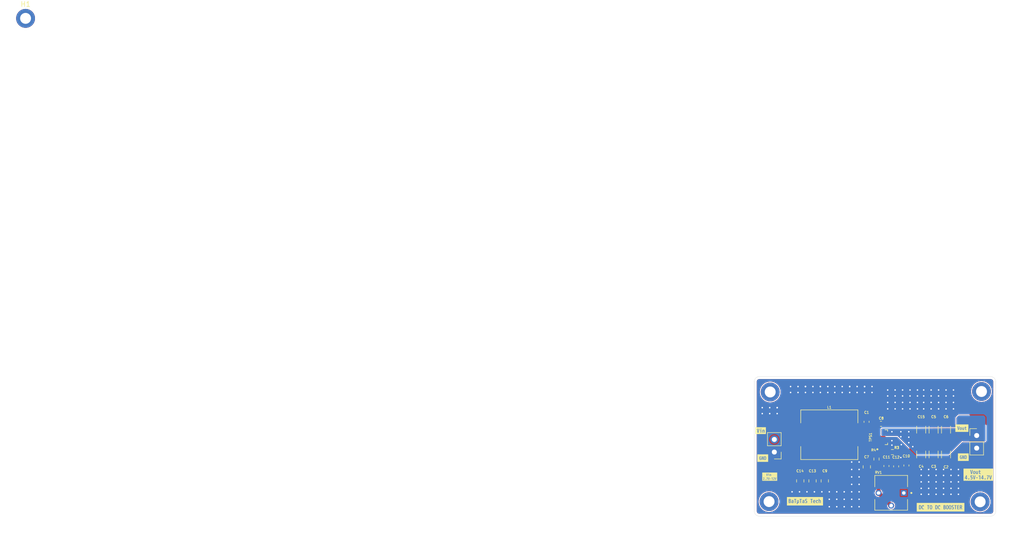
<source format=kicad_pcb>
(kicad_pcb (version 20241229) (generator "pcbnew") (generator_version "9.0")
  (layers (0 "F.Cu" signal) (2 "B.Cu" signal) (13 "F.Paste" user) (15 "B.Paste" user) (5 "F.SilkS" user "F.Silkscreen") (7 "B.SilkS" user "B.Silkscreen") (1 "F.Mask" user) (3 "B.Mask" user) (25 "Edge.Cuts" user))
  (net 0 "")
  (net 1 "+5V")
  (net 2 "GND")
  (net 3 "Net-(TPS1-COMP)")
  (net 4 "Net-(C1-Pad1)")
  (net 5 "+15V")
  (net 6 "Net-(C12-Pad1)")
  (net 7 "Net-(TPS1-BST)")
  (net 8 "Net-(TPS1-VCC)")
  (net 9 "Net-(TPS1-FB)")
  (net 10 "Vout")
  (net 11 "Vin")
  (footprint "Connector_PinHeader_2.54mm:PinHeader_1x02_P2.54mm_Vertical" (layer "F.Cu") (at 152.93 89.495 180)
    (property "Reference" "J1" (hide yes))
    (property "Value" "Conn_01x02" (hide yes))
    (pad "1" thru_hole rect (at 0 0 180) (size 1.7 1.7) (drill 1) (layers "*.Cu" "*.Mask") (net 2 "GND"))
    (pad "2" thru_hole circle (at 0 2.54 180) (size 1.7 1.7) (drill 1) (layers "*.Cu" "*.Mask") (net 11 "Vin"))
  )
  (footprint "" (layer "F.Cu") (at 193.68 83.21)
    (property "Reference" "" (at 0 0 0) (layer "F.SilkS") (effects (font (size 1.27 1.27))))
    (property "Value" "")
    (pad "1" smd rect (at 0 0 90) (size 1.7 2.7) (layers "F.Cu" "F.Paste") (net 5 "+15V"))
  )
  (footprint "" (layer "F.Cu") (at 193.8 91.68)
    (property "Reference" "" (at 0 0 0) (layer "F.SilkS") (effects (font (size 1.27 1.27))))
    (property "Value" "")
    (pad "2" smd rect (at 0 0 270) (size 1.7 2.7) (layers "F.Cu" "F.Mask" "F.Paste") (net 2 "GND"))
  )
  (footprint "TPS61288RQQR:CONV_TPS61288LRQQR" (layer "F.Cu") (at 174.5 86.5 90)
    (property "Reference" "TPS1" (at 0 -2.2048 90) (layer "F.SilkS") (effects (font (size 0.5 0.5) (thickness 0.1) (bold yes))))
    (property "Value" "~" (hide yes))
    (pad "1" smd custom (at -1.2375 -1.175 90) (size 0.1 0.1) (layers "F.Cu") (net 9 "Net-(TPS1-FB)") (options (clearance outline) (anchor rect)) (primitives (gr_poly (pts (xy -0.0875 -0.275) (xy 0.0875 -0.275) (xy 0.0885 -0.275) (xy 0.0905 -0.275) (xy 0.0915 -0.275) (xy 0.0925 -0.274) (xy 0.0935 -0.274) (xy 0.0955 -0.274) (xy 0.0965 -0.273) (xy 0.0975 -0.273) (xy 0.0985 -0.272) (xy 0.1005 -0.272) (xy 0.1015 -0.271) (xy 0.1025 -0.27) (xy 0.1035 -0.269) (xy 0.1045 -0.269) (xy 0.1055 -0.268) (xy 0.1065 -0.267) (xy 0.1065 -0.266) (xy 0.1075 -0.265) (xy 0.1085 -0.264) (xy 0.1095 -0.263) (xy 0.1095 -0.261) (xy 0.1105 -0.26) (xy 0.1105 -0.259) (xy 0.1115 -0.258) (xy 0.1115 -0.256) (xy 0.1115 -0.255) (xy 0.1125 -0.254) (xy 0.1125 -0.253) (xy 0.1125 -0.251) (xy 0.1125 -0.25) (xy 0.1125 0.4) (xy 0.1125 0.401) (xy 0.1125 0.403) (xy 0.1125 0.404) (xy 0.1115 0.405) (xy 0.1115 0.406) (xy 0.1115 0.408) (xy 0.1105 0.409) (xy 0.1105 0.41) (xy 0.1095 0.411) (xy 0.1095 0.413) (xy 0.1085 0.414) (xy 0.1075 0.415) (xy 0.1065 0.416) (xy 0.1065 0.417) (xy 0.1055 0.418) (xy 0.1045 0.419) (xy 0.1035 0.419) (xy 0.1025 0.42) (xy 0.1015 0.421) (xy 0.1005 0.422) (xy 0.0985 0.422) (xy 0.0975 0.423) (xy 0.0965 0.423) (xy 0.0955 0.424) (xy 0.0935 0.424) (xy 0.0925 0.424) (xy 0.0915 0.425) (xy 0.0905 0.425) (xy 0.0885 0.425) (xy 0.0875 0.425) (xy -0.4375 0.425) (xy -0.4385 0.425) (xy -0.4405 0.425) (xy -0.4415 0.425) (xy -0.4425 0.424) (xy -0.4435 0.424) (xy -0.4455 0.424) (xy -0.4465 0.423) (xy -0.4475 0.423) (xy -0.4485 0.422) (xy -0.4505 0.422) (xy -0.4515 0.421) (xy -0.4525 0.42) (xy -0.4535 0.419) (xy -0.4545 0.419) (xy -0.4555 0.418) (xy -0.4565 0.417) (xy -0.4565 0.416) (xy -0.4575 0.415) (xy -0.4585 0.414) (xy -0.4595 0.413) (xy -0.4595 0.411) (xy -0.4605 0.41) (xy -0.4605 0.409) (xy -0.4615 0.408) (xy -0.4615 0.406) (xy -0.4615 0.405) (xy -0.4625 0.404) (xy -0.4625 0.403) (xy -0.4625 0.401) (xy -0.4625 0.4) (xy -0.4625 0.2) (xy -0.4625 0.199) (xy -0.4625 0.197) (xy -0.4625 0.196) (xy -0.4615 0.195) (xy -0.4615 0.194) (xy -0.4615 0.192) (xy -0.4605 0.191) (xy -0.4605 0.19) (xy -0.4595 0.189) (xy -0.4595 0.187) (xy -0.4585 0.186) (xy -0.4575 0.185) (xy -0.4565 0.184) (xy -0.4565 0.183) (xy -0.4555 0.182) (xy -0.4545 0.181) (xy -0.4535 0.181) (xy -0.4525 0.18) (xy -0.4515 0.179) (xy -0.4505 0.178) (xy -0.4485 0.178) (xy -0.4475 0.177) (xy -0.4465 0.177) (xy -0.4455 0.176) (xy -0.4435 0.176) (xy -0.4425 0.176) (xy -0.4415 0.175) (xy -0.4405 0.175) (xy -0.4385 0.175) (xy -0.4375 0.175) (xy -0.1375 0.175) (xy -0.1365 0.175) (xy -0.1345 0.175) (xy -0.1335 0.175) (xy -0.1325 0.174) (xy -0.1315 0.174) (xy -0.1295 0.174) (xy -0.1285 0.173) (xy -0.1275 0.173) (xy -0.1265 0.172) (xy -0.1255 0.172) (xy -0.1235 0.171) (xy -0.1225 0.17) (xy -0.1215 0.169) (xy -0.1205 0.169) (xy -0.1195 0.168) (xy -0.1185 0.167) (xy -0.1185 0.166) (xy -0.1175 0.165) (xy -0.1165 0.164) (xy -0.1155 0.163) (xy -0.1155 0.161) (xy -0.1145 0.16) (xy -0.1145 0.159) (xy -0.1135 0.158) (xy -0.1135 0.156) (xy -0.1135 0.155) (xy -0.1125 0.154) (xy -0.1125 0.153) (xy -0.1125 0.151) (xy -0.1125 0.15) (xy -0.1125 -0.25) (xy -0.1125 -0.251) (xy -0.1125 -0.253) (xy -0.1125 -0.254) (xy -0.1115 -0.255) (xy -0.1115 -0.256) (xy -0.1115 -0.258) (xy -0.1105 -0.259) (xy -0.1105 -0.26) (xy -0.1095 -0.261) (xy -0.1095 -0.262) (xy -0.1085 -0.264) (xy -0.1075 -0.265) (xy -0.1065 -0.266) (xy -0.1065 -0.267) (xy -0.1055 -0.268) (xy -0.1045 -0.269) (xy -0.1035 -0.269) (xy -0.1025 -0.27) (xy -0.1015 -0.271) (xy -0.0995 -0.272) (xy -0.0985 -0.272) (xy -0.0975 -0.273) (xy -0.0965 -0.273) (xy -0.0955 -0.274) (xy -0.0935 -0.274) (xy -0.0925 -0.274) (xy -0.0915 -0.275) (xy -0.0905 -0.275) (xy -0.0885 -0.275) (xy -0.0875 -0.275)) (width 0.01) (fill yes))))
    (pad "2" smd roundrect (at -1.425 -0.375 90) (size 0.55 0.25) (layers "F.Cu" "F.Paste") (roundrect_rratio 0.075) (net 3 "Net-(TPS1-COMP)"))
    (pad "3" smd custom (at -1.425 0.2 90) (size 0.1 0.1) (layers "F.Cu") (net 2 "GND") (options (clearance outline) (anchor rect)) (primitives (gr_poly (pts (xy 0.575 1.225) (xy 0.575 0.225) (xy 0.575 0.224) (xy 0.575 0.222) (xy 0.575 0.221) (xy 0.574 0.22) (xy 0.574 0.219) (xy 0.574 0.217) (xy 0.573 0.216) (xy 0.573 0.215) (xy 0.572 0.214) (xy 0.572 0.212) (xy 0.571 0.211) (xy 0.57 0.21) (xy 0.569 0.209) (xy 0.569 0.208) (xy 0.568 0.207) (xy 0.567 0.206) (xy 0.566 0.206) (xy 0.565 0.205) (xy 0.564 0.204) (xy 0.562 0.203) (xy 0.561 0.203) (xy 0.56 0.202) (xy 0.559 0.202) (xy 0.558 0.201) (xy 0.556 0.201) (xy 0.555 0.201) (xy 0.554 0.2) (xy 0.553 0.2) (xy 0.551 0.2) (xy 0.55 0.2) (xy -0.25 0.2) (xy -0.251 0.2) (xy -0.253 0.2) (xy -0.254 0.2) (xy -0.255 0.199) (xy -0.256 0.199) (xy -0.258 0.199) (xy -0.259 0.198) (xy -0.26 0.198) (xy -0.261 0.197) (xy -0.263 0.197) (xy -0.264 0.196) (xy -0.265 0.195) (xy -0.266 0.194) (xy -0.267 0.194) (xy -0.268 0.193) (xy -0.269 0.192) (xy -0.269 0.191) (xy -0.27 0.19) (xy -0.271 0.189) (xy -0.272 0.188) (xy -0.272 0.186) (xy -0.273 0.185) (xy -0.273 0.184) (xy -0.274 0.183) (xy -0.274 0.181) (xy -0.274 0.18) (xy -0.275 0.179) (xy -0.275 0.178) (xy -0.275 0.176) (xy -0.275 0.175) (xy -0.275 -0.175) (xy -0.275 -0.176) (xy -0.275 -0.178) (xy -0.275 -0.179) (xy -0.274 -0.18) (xy -0.274 -0.181) (xy -0.274 -0.183) (xy -0.273 -0.184) (xy -0.273 -0.185) (xy -0.272 -0.186) (xy -0.272 -0.188) (xy -0.271 -0.189) (xy -0.27 -0.19) (xy -0.269 -0.191) (xy -0.269 -0.192) (xy -0.268 -0.193) (xy -0.267 -0.194) (xy -0.266 -0.194) (xy -0.265 -0.195) (xy -0.264 -0.196) (xy -0.263 -0.197) (xy -0.261 -0.197) (xy -0.26 -0.198) (xy -0.259 -0.198) (xy -0.258 -0.199) (xy -0.256 -0.199) (xy -0.255 -0.199) (xy -0.254 -0.2) (xy -0.253 -0.2) (xy -0.251 -0.2) (xy -0.25 -0.2) (xy 0.95 -0.2) (xy 0.951 -0.2) (xy 0.953 -0.2) (xy 0.954 -0.2) (xy 0.955 -0.199) (xy 0.956 -0.199) (xy 0.958 -0.199) (xy 0.959 -0.198) (xy 0.96 -0.198) (xy 0.961 -0.197) (xy 0.962 -0.197) (xy 0.964 -0.196) (xy 0.965 -0.195) (xy 0.966 -0.194) (xy 0.967 -0.194) (xy 0.968 -0.193) (xy 0.969 -0.192) (xy 0.969 -0.191) (xy 0.97 -0.19) (xy 0.971 -0.189) (xy 0.972 -0.188) (xy 0.972 -0.186) (xy 0.973 -0.185) (xy 0.973 -0.184) (xy 0.974 -0.183) (xy 0.974 -0.181) (xy 0.974 -0.18) (xy 0.975 -0.179) (xy 0.975 -0.178) (xy 0.975 -0.176) (xy 0.975 -0.175) (xy 0.975 1.225) (xy 0.975 1.226) (xy 0.975 1.228) (xy 0.975 1.229) (xy 0.974 1.23) (xy 0.974 1.231) (xy 0.974 1.233) (xy 0.973 1.234) (xy 0.973 1.235) (xy 0.972 1.236) (xy 0.972 1.238) (xy 0.971 1.239) (xy 0.97 1.24) (xy 0.969 1.241) (xy 0.969 1.242) (xy 0.968 1.243) (xy 0.967 1.244) (xy 0.966 1.244) (xy 0.965 1.245) (xy 0.964 1.246) (xy 0.962 1.247) (xy 0.961 1.247) (xy 0.96 1.248) (xy 0.959 1.248) (xy 0.958 1.249) (xy 0.956 1.249) (xy 0.955 1.249) (xy 0.954 1.25) (xy 0.953 1.25) (xy 0.951 1.25) (xy 0.95 1.25) (xy 0.6 1.25) (xy 0.599 1.25) (xy 0.597 1.25) (xy 0.596 1.25) (xy 0.595 1.249) (xy 0.594 1.249) (xy 0.592 1.249) (xy 0.591 1.248) (xy 0.59 1.248) (xy 0.589 1.247) (xy 0.588 1.247) (xy 0.586 1.246) (xy 0.585 1.245) (xy 0.584 1.244) (xy 0.583 1.244) (xy 0.582 1.243) (xy 0.581 1.242) (xy 0.581 1.241) (xy 0.58 1.24) (xy 0.579 1.239) (xy 0.578 1.238) (xy 0.578 1.236) (xy 0.577 1.235) (xy 0.577 1.234) (xy 0.576 1.233) (xy 0.576 1.231) (xy 0.576 1.23) (xy 0.575 1.229) (xy 0.575 1.228) (xy 0.575 1.226) (xy 0.575 1.225)) (width 0.01) (fill yes))))
    (pad "4" smd roundrect (at 0 0.25 90) (size 0.4 1) (layers "F.Cu" "F.Paste") (roundrect_rratio 0.075) (net 4 "Net-(C1-Pad1)"))
    (pad "5" smd custom (at 1.425 0.2 90) (size 0.1 0.1) (layers "F.Cu") (net 10 "Vout") (options (clearance outline) (anchor rect)) (primitives (gr_poly (pts (xy 0.25 -0.2) (xy -0.95 -0.2) (xy -0.951 -0.2) (xy -0.953 -0.2) (xy -0.954 -0.2) (xy -0.955 -0.199) (xy -0.956 -0.199) (xy -0.958 -0.199) (xy -0.959 -0.198) (xy -0.96 -0.198) (xy -0.961 -0.197) (xy -0.962 -0.197) (xy -0.964 -0.196) (xy -0.965 -0.195) (xy -0.966 -0.194) (xy -0.967 -0.194) (xy -0.968 -0.193) (xy -0.969 -0.192) (xy -0.969 -0.191) (xy -0.97 -0.19) (xy -0.971 -0.189) (xy -0.972 -0.188) (xy -0.972 -0.186) (xy -0.973 -0.185) (xy -0.973 -0.184) (xy -0.974 -0.183) (xy -0.974 -0.181) (xy -0.974 -0.18) (xy -0.975 -0.179) (xy -0.975 -0.178) (xy -0.975 -0.176) (xy -0.975 -0.175) (xy -0.975 1.225) (xy -0.975 1.226) (xy -0.975 1.228) (xy -0.975 1.229) (xy -0.974 1.23) (xy -0.974 1.231) (xy -0.974 1.233) (xy -0.973 1.234) (xy -0.973 1.235) (xy -0.972 1.236) (xy -0.972 1.238) (xy -0.971 1.239) (xy -0.97 1.24) (xy -0.969 1.241) (xy -0.969 1.242) (xy -0.968 1.243) (xy -0.967 1.244) (xy -0.966 1.244) (xy -0.965 1.245) (xy -0.964 1.246) (xy -0.962 1.247) (xy -0.961 1.247) (xy -0.96 1.248) (xy -0.959 1.248) (xy -0.958 1.249) (xy -0.956 1.249) (xy -0.955 1.249) (xy -0.954 1.25) (xy -0.953 1.25) (xy -0.951 1.25) (xy -0.95 1.25) (xy -0.6 1.25) (xy -0.599 1.25) (xy -0.597 1.25) (xy -0.596 1.25) (xy -0.595 1.249) (xy -0.594 1.249) (xy -0.592 1.249) (xy -0.591 1.248) (xy -0.59 1.248) (xy -0.589 1.247) (xy -0.588 1.247) (xy -0.586 1.246) (xy -0.585 1.245) (xy -0.584 1.244) (xy -0.583 1.244) (xy -0.582 1.243) (xy -0.581 1.242) (xy -0.581 1.241) (xy -0.58 1.24) (xy -0.579 1.239) (xy -0.578 1.238) (xy -0.578 1.236) (xy -0.577 1.235) (xy -0.577 1.234) (xy -0.576 1.233) (xy -0.576 1.231) (xy -0.576 1.23) (xy -0.575 1.229) (xy -0.575 1.228) (xy -0.575 1.226) (xy -0.575 1.225) (xy -0.575 0.225) (xy -0.575 0.224) (xy -0.575 0.222) (xy -0.575 0.221) (xy -0.574 0.22) (xy -0.574 0.219) (xy -0.574 0.217) (xy -0.573 0.216) (xy -0.573 0.215) (xy -0.572 0.214) (xy -0.572 0.212) (xy -0.571 0.211) (xy -0.57 0.21) (xy -0.569 0.209) (xy -0.569 0.208) (xy -0.568 0.207) (xy -0.567 0.206) (xy -0.566 0.206) (xy -0.565 0.205) (xy -0.564 0.204) (xy -0.562 0.203) (xy -0.561 0.203) (xy -0.56 0.202) (xy -0.559 0.202) (xy -0.558 0.201) (xy -0.556 0.201) (xy -0.555 0.201) (xy -0.554 0.2) (xy -0.553 0.2) (xy -0.551 0.2) (xy -0.55 0.2) (xy 0.25 0.2) (xy 0.251 0.2) (xy 0.253 0.2) (xy 0.254 0.2) (xy 0.255 0.199) (xy 0.256 0.199) (xy 0.258 0.199) (xy 0.259 0.198) (xy 0.26 0.198) (xy 0.261 0.197) (xy 0.263 0.197) (xy 0.264 0.196) (xy 0.265 0.195) (xy 0.266 0.194) (xy 0.267 0.194) (xy 0.268 0.193) (xy 0.269 0.192) (xy 0.269 0.191) (xy 0.27 0.19) (xy 0.271 0.189) (xy 0.272 0.188) (xy 0.272 0.186) (xy 0.273 0.185) (xy 0.273 0.184) (xy 0.274 0.183) (xy 0.274 0.181) (xy 0.274 0.18) (xy 0.275 0.179) (xy 0.275 0.178) (xy 0.275 0.176) (xy 0.275 0.175) (xy 0.275 -0.175) (xy 0.275 -0.176) (xy 0.275 -0.178) (xy 0.275 -0.179) (xy 0.274 -0.18) (xy 0.274 -0.181) (xy 0.274 -0.183) (xy 0.273 -0.184) (xy 0.273 -0.185) (xy 0.272 -0.186) (xy 0.272 -0.188) (xy 0.271 -0.189) (xy 0.27 -0.19) (xy 0.269 -0.191) (xy 0.269 -0.192) (xy 0.268 -0.193) (xy 0.267 -0.194) (xy 0.266 -0.194) (xy 0.265 -0.195) (xy 0.264 -0.196) (xy 0.263 -0.197) (xy 0.261 -0.197) (xy 0.26 -0.198) (xy 0.259 -0.198) (xy 0.258 -0.199) (xy 0.256 -0.199) (xy 0.255 -0.199) (xy 0.254 -0.2) (xy 0.253 -0.2) (xy 0.251 -0.2) (xy 0.25 -0.2)) (width 0.01) (fill yes))))
    (pad "6" smd roundrect (at 1.425 -0.375 90) (size 0.55 0.25) (layers "F.Cu" "F.Paste") (roundrect_rratio 0.075) (net 11 "Vin"))
    (pad "7" smd custom (at 1.2375 -1.175 90) (size 0.1 0.1) (layers "F.Cu") (net 11 "Vin") (options (clearance outline) (anchor rect)) (primitives (gr_poly (pts (xy -0.1125 -0.25) (xy -0.1125 0.4) (xy -0.1125 0.401) (xy -0.1125 0.403) (xy -0.1125 0.404) (xy -0.1115 0.405) (xy -0.1115 0.406) (xy -0.1115 0.408) (xy -0.1105 0.409) (xy -0.1105 0.41) (xy -0.1095 0.411) (xy -0.1095 0.413) (xy -0.1085 0.414) (xy -0.1075 0.415) (xy -0.1065 0.416) (xy -0.1065 0.417) (xy -0.1055 0.418) (xy -0.1045 0.419) (xy -0.1035 0.419) (xy -0.1025 0.42) (xy -0.1015 0.421) (xy -0.1005 0.422) (xy -0.0985 0.422) (xy -0.0975 0.423) (xy -0.0965 0.423) (xy -0.0955 0.424) (xy -0.0935 0.424) (xy -0.0925 0.424) (xy -0.0915 0.425) (xy -0.0905 0.425) (xy -0.0885 0.425) (xy -0.0875 0.425) (xy 0.4375 0.425) (xy 0.4385 0.425) (xy 0.4405 0.425) (xy 0.4415 0.425) (xy 0.4425 0.424) (xy 0.4435 0.424) (xy 0.4455 0.424) (xy 0.4465 0.423) (xy 0.4475 0.423) (xy 0.4485 0.422) (xy 0.4505 0.422) (xy 0.4515 0.421) (xy 0.4525 0.42) (xy 0.4535 0.419) (xy 0.4545 0.419) (xy 0.4555 0.418) (xy 0.4565 0.417) (xy 0.4565 0.416) (xy 0.4575 0.415) (xy 0.4585 0.414) (xy 0.4595 0.413) (xy 0.4595 0.411) (xy 0.4605 0.41) (xy 0.4605 0.409) (xy 0.4615 0.408) (xy 0.4615 0.406) (xy 0.4615 0.405) (xy 0.4625 0.404) (xy 0.4625 0.403) (xy 0.4625 0.401) (xy 0.4625 0.4) (xy 0.4625 0.2) (xy 0.4625 0.199) (xy 0.4625 0.197) (xy 0.4625 0.196) (xy 0.4615 0.195) (xy 0.4615 0.194) (xy 0.4615 0.192) (xy 0.4605 0.191) (xy 0.4605 0.19) (xy 0.4595 0.189) (xy 0.4595 0.187) (xy 0.4585 0.186) (xy 0.4575 0.185) (xy 0.4565 0.184) (xy 0.4565 0.183) (xy 0.4555 0.182) (xy 0.4545 0.181) (xy 0.4535 0.181) (xy 0.4525 0.18) (xy 0.4515 0.179) (xy 0.4505 0.178) (xy 0.4485 0.178) (xy 0.4475 0.177) (xy 0.4465 0.177) (xy 0.4455 0.176) (xy 0.4435 0.176) (xy 0.4425 0.176) (xy 0.4415 0.175) (xy 0.4405 0.175) (xy 0.4385 0.175) (xy 0.4375 0.175) (xy 0.1375 0.175) (xy 0.1365 0.175) (xy 0.1345 0.175) (xy 0.1335 0.175) (xy 0.1325 0.174) (xy 0.1315 0.174) (xy 0.1295 0.174) (xy 0.1285 0.173) (xy 0.1275 0.173) (xy 0.1265 0.172) (xy 0.1255 0.172) (xy 0.1235 0.171) (xy 0.1225 0.17) (xy 0.1215 0.169) (xy 0.1205 0.169) (xy 0.1195 0.168) (xy 0.1185 0.167) (xy 0.1185 0.166) (xy 0.1175 0.165) (xy 0.1165 0.164) (xy 0.1155 0.163) (xy 0.1155 0.161) (xy 0.1145 0.16) (xy 0.1145 0.159) (xy 0.1135 0.158) (xy 0.1135 0.156) (xy 0.1135 0.155) (xy 0.1125 0.154) (xy 0.1125 0.153) (xy 0.1125 0.151) (xy 0.1125 0.15) (xy 0.1125 -0.25) (xy 0.1125 -0.251) (xy 0.1125 -0.253) (xy 0.1125 -0.254) (xy 0.1115 -0.255) (xy 0.1115 -0.256) (xy 0.1115 -0.258) (xy 0.1105 -0.259) (xy 0.1105 -0.26) (xy 0.1095 -0.261) (xy 0.1095 -0.262) (xy 0.1085 -0.264) (xy 0.1075 -0.265) (xy 0.1065 -0.266) (xy 0.1065 -0.267) (xy 0.1055 -0.268) (xy 0.1045 -0.269) (xy 0.1035 -0.269) (xy 0.1025 -0.27) (xy 0.1015 -0.271) (xy 0.0995 -0.272) (xy 0.0985 -0.272) (xy 0.0975 -0.273) (xy 0.0965 -0.273) (xy 0.0955 -0.274) (xy 0.0935 -0.274) (xy 0.0925 -0.274) (xy 0.0915 -0.275) (xy 0.0905 -0.275) (xy 0.0885 -0.275) (xy 0.0875 -0.275) (xy -0.0875 -0.275) (xy -0.0885 -0.275) (xy -0.0905 -0.275) (xy -0.0915 -0.275) (xy -0.0925 -0.274) (xy -0.0935 -0.274) (xy -0.0955 -0.274) (xy -0.0965 -0.273) (xy -0.0975 -0.273) (xy -0.0985 -0.272) (xy -0.1005 -0.272) (xy -0.1015 -0.271) (xy -0.1025 -0.27) (xy -0.1035 -0.269) (xy -0.1045 -0.269) (xy -0.1055 -0.268) (xy -0.1065 -0.267) (xy -0.1065 -0.266) (xy -0.1075 -0.265) (xy -0.1085 -0.264) (xy -0.1095 -0.263) (xy -0.1095 -0.261) (xy -0.1105 -0.26) (xy -0.1105 -0.259) (xy -0.1115 -0.258) (xy -0.1115 -0.256) (xy -0.1115 -0.255) (xy -0.1125 -0.254) (xy -0.1125 -0.253) (xy -0.1125 -0.251) (xy -0.1125 -0.25)) (width 0.01) (fill yes))))
    (pad "8" smd roundrect (at 0.75 -1.175 90) (size 0.25 0.55) (layers "F.Cu" "F.Paste") (roundrect_rratio 0.075) (net 7 "Net-(TPS1-BST)"))
    (pad "9" smd roundrect (at 0.25 -1.175 90) (size 0.25 0.55) (layers "F.Cu" "F.Paste") (roundrect_rratio 0.075) (net 4 "Net-(C1-Pad1)"))
    (pad "10" smd roundrect (at -0.25 -1.175 90) (size 0.25 0.55) (layers "F.Cu" "F.Paste") (roundrect_rratio 0.075) (net 2 "GND"))
    (pad "11" smd roundrect (at -0.75 -1.175 90) (size 0.25 0.55) (layers "F.Cu" "F.Paste") (roundrect_rratio 0.075) (net 8 "Net-(TPS1-VCC)"))
  )
  (footprint "Capacitor_SMD:C_0603_1608Metric" (layer "F.Cu") (at 175.5 92.3 -90)
    (property "Reference" "C11" (at -1.79 -0.01 0) (layer "F.SilkS") (effects (font (size 0.5 0.5) (thickness 0.1) (bold yes))))
    (property "Value" "27pF")
    (pad "1" smd roundrect (at -0.775 0 270) (size 0.9 0.95) (layers "F.Cu" "F.Mask" "F.Paste") (net 9 "Net-(TPS1-FB)"))
    (pad "2" smd roundrect (at 0.775 0 270) (size 0.9 0.95) (layers "F.Cu" "F.Mask" "F.Paste") (net 2 "GND"))
  )
  (footprint "MountingHole:MountingHole_2.2mm_M2_DIN965_Pad" (layer "F.Cu") (at 2.175 2.175)
    (property "Reference" "H1" (at 0 -2.85 0) (layer "F.SilkS"))
    (property "Value" "MountingHole")
    (pad "1" thru_hole circle (at 0 0) (size 3.8 3.8) (drill 2.2) (layers "*.Cu" "*.Mask"))
  )
  (footprint "MountingHole:MountingHole_2.2mm_M2_DIN965_Pad" (layer "F.Cu") (at 194.37 99.51)
    (property "Reference" "H4" (hide yes))
    (property "Value" "MountingHole" (hide yes))
    (pad "1" thru_hole circle (at 0 0) (size 3.8 3.8) (drill 2.2) (layers "*.Cu" "*.Mask"))
  )
  (footprint "Capacitor_SMD:C_0603_1608Metric" (layer "F.Cu") (at 171.5 83.4 -90)
    (property "Reference" "C1" (at -1.88 -0.01 0) (layer "F.SilkS") (effects (font (size 0.5 0.5) (thickness 0.1) (bold yes))))
    (property "Value" "0.1uF" (hide yes))
    (pad "1" smd roundrect (at -0.775 0 270) (size 0.9 0.95) (layers "F.Cu" "F.Mask" "F.Paste") (net 4 "Net-(C1-Pad1)"))
    (pad "2" smd roundrect (at 0.775 0 270) (size 0.9 0.95) (layers "F.Cu" "F.Mask" "F.Paste") (net 7 "Net-(TPS1-BST)"))
  )
  (footprint "Resistor_SMD:R_0603_1608Metric" (layer "F.Cu") (at 173.5 90.9 -90)
    (property "Reference" "R4" (at -1.8 0.6 180) (layer "F.SilkS") (effects (font (size 0.5 0.5) (thickness 0.1) (bold yes))))
    (property "Value" "14.3K" (hide yes))
    (pad "1" smd roundrect (at -0.825 0 270) (size 0.8 0.95) (layers "F.Cu" "F.Mask" "F.Paste") (net 9 "Net-(TPS1-FB)"))
    (pad "2" smd roundrect (at 0.825 0 270) (size 0.8 0.95) (layers "F.Cu" "F.Mask" "F.Paste") (net 2 "GND"))
  )
  (footprint "Capacitor_SMD:C_0805_2012Metric" (layer "F.Cu") (at 163.09 95.3 -90)
    (property "Reference" "C9" (at -2 -0.01 0) (layer "F.SilkS") (effects (font (size 0.5 0.5) (thickness 0.1) (bold yes))))
    (property "Value" "10uF")
    (pad "1" smd roundrect (at -0.95 0 270) (size 1 1.45) (layers "F.Cu" "F.Mask" "F.Paste") (net 11 "Vin"))
    (pad "2" smd roundrect (at 0.95 0 270) (size 1 1.45) (layers "F.Cu" "F.Mask" "F.Paste") (net 2 "GND"))
  )
  (footprint "Capacitor_SMD:C_1206_3216Metric" (layer "F.Cu") (at 187.5 89.985 -90)
    (property "Reference" "C2" (at 2.515 0 0) (layer "F.SilkS") (effects (font (size 0.5 0.5) (thickness 0.1) (bold yes))))
    (property "Value" "22uF")
    (pad "1" smd roundrect (at -1.475 0 270) (size 1.15 1.8) (layers "F.Cu" "F.Mask" "F.Paste") (roundrect_rratio 0.217391) (net 10 "Vout"))
    (pad "2" smd roundrect (at 1.475 0 270) (size 1.15 1.8) (layers "F.Cu" "F.Mask" "F.Paste") (roundrect_rratio 0.217391) (net 2 "GND"))
  )
  (footprint "Capacitor_SMD:C_0805_2012Metric" (layer "F.Cu") (at 171.55 92.48 -90)
    (property "Reference" "C7" (at -2 0.05 0) (layer "F.SilkS") (effects (font (size 0.5 0.5) (thickness 0.1) (bold yes))))
    (property "Value" "2.2uF" (hide yes))
    (pad "1" smd roundrect (at -0.95 0 270) (size 1 1.45) (layers "F.Cu" "F.Mask" "F.Paste") (net 8 "Net-(TPS1-VCC)"))
    (pad "2" smd roundrect (at 0.95 0 270) (size 1 1.45) (layers "F.Cu" "F.Mask" "F.Paste") (net 2 "GND"))
  )
  (footprint "Capacitor_SMD:C_0603_1608Metric" (layer "F.Cu") (at 179.52 92.2 -90)
    (property "Reference" "C10" (at -1.9 0.02 0) (layer "F.SilkS") (effects (font (size 0.5 0.5) (thickness 0.1) (bold yes))))
    (property "Value" "30pF")
    (pad "1" smd roundrect (at -0.775 0 270) (size 0.9 0.95) (layers "F.Cu" "F.Mask" "F.Paste") (net 3 "Net-(TPS1-COMP)"))
    (pad "2" smd roundrect (at 0.775 0 270) (size 0.9 0.95) (layers "F.Cu" "F.Mask" "F.Paste") (net 2 "GND"))
  )
  (footprint "kibuzzard-68C918EC" (layer "F.Cu") (at 152 94.45)
    (property "Reference" "kibuzzard-68C918EC" (hide yes))
    (property "Value" "G***" (hide yes))
  )
  (footprint "Resistor_SMD:R_0603_1608Metric" (layer "F.Cu") (at 176.7 89.5)
    (property "Reference" "R3" (hide yes))
    (property "Value" "36.5K" (hide yes))
    (pad "1" smd roundrect (at -0.825 0) (size 0.8 0.95) (layers "F.Cu" "F.Mask" "F.Paste") (net 3 "Net-(TPS1-COMP)"))
    (pad "2" smd roundrect (at 0.825 0) (size 0.8 0.95) (layers "F.Cu" "F.Mask" "F.Paste") (net 6 "Net-(C12-Pad1)"))
  )
  (footprint "TPS61288RQQR:TRIM_3362P-1-304LF" (layer "F.Cu") (at 176.4555 97.73 180)
    (property "Reference" "RV1" (at 2.5555 4.13 0) (layer "F.SilkS") (effects (font (size 0.5 0.5) (thickness 0.1) (bold yes))))
    (property "Value" "294K" (hide yes))
    (pad "1" thru_hole rect (at -2.54 0 180) (size 1.222 1.222) (drill 0.714) (layers "*.Cu" "*.Mask") (net 10 "Vout"))
    (pad "2" thru_hole circle (at 0 -2.54 180) (size 1.222 1.222) (drill 0.714) (layers "*.Cu" "*.Mask") (net 9 "Net-(TPS1-FB)"))
    (pad "3" thru_hole circle (at 2.54 0 180) (size 1.222 1.222) (drill 0.714) (layers "*.Cu" "*.Mask") (net 9 "Net-(TPS1-FB)"))
  )
  (footprint "kibuzzard-68C91755" (layer "F.Cu") (at 186.4 100.6)
    (property "Reference" "kibuzzard-68C91755" (hide yes))
    (property "Value" "G***" (hide yes))
  )
  (footprint "Capacitor_SMD:C_0603_1608Metric" (layer "F.Cu") (at 177.46 92.375 -90)
    (property "Reference" "C12" (at -1.835 0.05 0) (layer "F.SilkS") (effects (font (size 0.5 0.5) (thickness 0.1) (bold yes))))
    (property "Value" "1nF")
    (pad "1" smd roundrect (at -0.775 0 270) (size 0.9 0.95) (layers "F.Cu" "F.Mask" "F.Paste") (net 6 "Net-(C12-Pad1)"))
    (pad "2" smd roundrect (at 0.775 0 270) (size 0.9 0.95) (layers "F.Cu" "F.Mask" "F.Paste") (net 2 "GND"))
  )
  (footprint "" (layer "F.Cu") (at 153 92.47)
    (property "Reference" "" (at 0 0 0) (layer "F.SilkS") (effects (font (size 1.27 1.27))))
    (property "Value" "")
    (pad "2" smd rect (at 0 0 270) (size 1.7 2.7) (layers "F.Cu" "F.Mask" "F.Paste") (net 2 "GND"))
  )
  (footprint "MountingHole:MountingHole_2.2mm_M2_DIN965_Pad" (layer "F.Cu") (at 152.1 77.4)
    (property "Reference" "H1" (hide yes))
    (property "Value" "MountingHole" (hide yes))
    (pad "1" thru_hole circle (at 0 0) (size 3.8 3.8) (drill 2.2) (layers "*.Cu" "*.Mask"))
  )
  (footprint "Capacitor_SMD:C_0603_1608Metric" (layer "F.Cu") (at 174.4 83.8)
    (property "Reference" "C8" (at 0.06 -1.1 0) (layer "F.SilkS") (effects (font (size 0.5 0.5) (thickness 0.1) (bold yes))))
    (property "Value" "0.1uF")
    (pad "1" smd roundrect (at -0.775 0) (size 0.9 0.95) (layers "F.Cu" "F.Mask" "F.Paste") (net 11 "Vin"))
    (pad "2" smd roundrect (at 0.775 0) (size 0.9 0.95) (layers "F.Cu" "F.Mask" "F.Paste") (net 2 "GND"))
  )
  (footprint "Capacitor_SMD:C_1206_3216Metric" (layer "F.Cu") (at 182.5 89.985 -90)
    (property "Reference" "C4" (at 2.415 0 0) (layer "F.SilkS") (effects (font (size 0.5 0.5) (thickness 0.1) (bold yes))))
    (property "Value" "22uF")
    (pad "1" smd roundrect (at -1.475 0 270) (size 1.15 1.8) (layers "F.Cu" "F.Mask" "F.Paste") (roundrect_rratio 0.217391) (net 10 "Vout"))
    (pad "2" smd roundrect (at 1.475 0 270) (size 1.15 1.8) (layers "F.Cu" "F.Mask" "F.Paste") (roundrect_rratio 0.217391) (net 2 "GND"))
  )
  (footprint "kibuzzard-68C91464" (layer "F.Cu") (at 190.69 84.68)
    (property "Reference" "kibuzzard-68C91464" (hide yes))
    (property "Value" "G***" (hide yes))
  )
  (footprint "Capacitor_SMD:C_1206_3216Metric" (layer "F.Cu") (at 187.5 85 90)
    (property "Reference" "C6" (at 2.6 0 180) (layer "F.SilkS") (effects (font (size 0.5 0.5) (thickness 0.1) (bold yes))))
    (property "Value" "22uF")
    (pad "1" smd roundrect (at -1.475 0 90) (size 1.15 1.8) (layers "F.Cu" "F.Mask" "F.Paste") (roundrect_rratio 0.217391) (net 10 "Vout"))
    (pad "2" smd roundrect (at 1.475 0 90) (size 1.15 1.8) (layers "F.Cu" "F.Mask" "F.Paste") (roundrect_rratio 0.217391) (net 2 "GND"))
  )
  (footprint "kibuzzard-68C91DA4" (layer "F.Cu") (at 194 94.05)
    (property "Reference" "kibuzzard-68C91DA4" (hide yes))
    (property "Value" "G***" (hide yes))
  )
  (footprint "kibuzzard-68C91D84" (layer "F.Cu") (at 150.18 85.18)
    (property "Reference" "kibuzzard-68C91D84" (hide yes))
    (property "Value" "G***" (hide yes))
  )
  (footprint "Connector_PinHeader_2.54mm:PinHeader_1x02_P2.54mm_Vertical" (layer "F.Cu") (at 193.67 86.165)
    (property "Reference" "J2" (hide yes))
    (property "Value" "Conn_01x02" (hide yes))
    (pad "1" thru_hole rect (at 0 0) (size 1.7 1.7) (drill 1) (layers "*.Cu" "*.Mask") (net 10 "Vout"))
    (pad "2" thru_hole circle (at 0 2.54) (size 1.7 1.7) (drill 1) (layers "*.Cu" "*.Mask") (net 2 "GND"))
  )
  (footprint "MountingHole:MountingHole_2.2mm_M2_DIN965_Pad" (layer "F.Cu") (at 194.64 77.3)
    (property "Reference" "H3" (hide yes))
    (property "Value" "MountingHole" (hide yes))
    (pad "1" thru_hole circle (at 0 0) (size 3.8 3.8) (drill 2.2) (layers "*.Cu" "*.Mask"))
  )
  (footprint "Capacitor_SMD:C_0805_2012Metric" (layer "F.Cu") (at 158.15 95.3 -90)
    (property "Reference" "C14" (at -2 0.05 0) (layer "F.SilkS") (effects (font (size 0.5 0.5) (thickness 0.1) (bold yes))))
    (property "Value" "10uF")
    (pad "1" smd roundrect (at -0.95 0 270) (size 1 1.45) (layers "F.Cu" "F.Mask" "F.Paste") (net 11 "Vin"))
    (pad "2" smd roundrect (at 0.95 0 270) (size 1 1.45) (layers "F.Cu" "F.Mask" "F.Paste") (net 2 "GND"))
  )
  (footprint "Capacitor_SMD:C_1206_3216Metric" (layer "F.Cu") (at 182.5 84.985 90)
    (property "Reference" "C15" (at 2.585 0 180) (layer "F.SilkS") (effects (font (size 0.5 0.5) (thickness 0.1) (bold yes))))
    (property "Value" "22uF")
    (pad "1" smd roundrect (at -1.475 0 90) (size 1.15 1.8) (layers "F.Cu" "F.Mask" "F.Paste") (roundrect_rratio 0.217391) (net 10 "Vout"))
    (pad "2" smd roundrect (at 1.475 0 90) (size 1.15 1.8) (layers "F.Cu" "F.Mask" "F.Paste") (roundrect_rratio 0.217391) (net 2 "GND"))
  )
  (footprint "kibuzzard-68C90A12" (layer "F.Cu") (at 190.98 90.52)
    (property "Reference" "kibuzzard-68C90A12" (hide yes))
    (property "Value" "G***" (hide yes))
  )
  (footprint "" (layer "F.Cu") (at 152.96 83.97)
    (property "Reference" "" (at 0 0 0) (layer "F.SilkS") (effects (font (size 1.27 1.27))))
    (property "Value" "")
    (pad "1" smd rect (at 0 0 270) (size 1.7 2.7) (layers "F.Cu" "F.Paste") (net 1 "+5V"))
  )
  (footprint "Capacitor_SMD:C_0805_2012Metric" (layer "F.Cu") (at 160.62 95.3 -90)
    (property "Reference" "C13" (at -2 0.02 0) (layer "F.SilkS") (effects (font (size 0.5 0.5) (thickness 0.1) (bold yes))))
    (property "Value" "10uF")
    (pad "1" smd roundrect (at -0.95 0 270) (size 1 1.45) (layers "F.Cu" "F.Mask" "F.Paste") (net 11 "Vin"))
    (pad "2" smd roundrect (at 0.95 0 270) (size 1 1.45) (layers "F.Cu" "F.Mask" "F.Paste") (net 2 "GND"))
  )
  (footprint "Capacitor_SMD:C_1206_3216Metric" (layer "F.Cu") (at 185 89.985 -90)
    (property "Reference" "C3" (at 2.415 0 0) (layer "F.SilkS") (effects (font (size 0.5 0.5) (thickness 0.1) (bold yes))))
    (property "Value" "22uF")
    (pad "1" smd roundrect (at -1.475 0 270) (size 1.15 1.8) (layers "F.Cu" "F.Mask" "F.Paste") (roundrect_rratio 0.217391) (net 10 "Vout"))
    (pad "2" smd roundrect (at 1.475 0 270) (size 1.15 1.8) (layers "F.Cu" "F.Mask" "F.Paste") (roundrect_rratio 0.217391) (net 2 "GND"))
  )
  (footprint "TPS61288RQQR:IND_104CDMCCDS-2R2MC" (layer "F.Cu") (at 164 86)
    (property "Reference" "L1" (at 0 -5.5 0) (layer "F.SilkS") (effects (font (size 0.5 0.5) (thickness 0.1) (bold yes))))
    (property "Value" "2.2uH" (hide yes))
    (pad "1" smd rect (at -4.75 0) (size 4.1 4.1) (layers "F.Cu" "F.Paste") (net 11 "Vin"))
    (pad "2" smd rect (at 4.75 0) (size 4.1 4.1) (layers "F.Cu" "F.Paste") (net 4 "Net-(C1-Pad1)"))
  )
  (footprint "kibuzzard-68C90A33" (layer "F.Cu") (at 150.6 90.71)
    (property "Reference" "kibuzzard-68C90A33" (hide yes))
    (property "Value" "G***" (hide yes))
  )
  (footprint "Capacitor_SMD:C_1206_3216Metric" (layer "F.Cu") (at 185 85 90)
    (property "Reference" "C5" (at 2.6 0 180) (layer "F.SilkS") (effects (font (size 0.5 0.5) (thickness 0.1) (bold yes))))
    (property "Value" "22uF")
    (pad "1" smd roundrect (at -1.475 0 90) (size 1.15 1.8) (layers "F.Cu" "F.Mask" "F.Paste") (roundrect_rratio 0.217391) (net 10 "Vout"))
    (pad "2" smd roundrect (at 1.475 0 90) (size 1.15 1.8) (layers "F.Cu" "F.Mask" "F.Paste") (roundrect_rratio 0.217391) (net 2 "GND"))
  )
  (footprint "kibuzzard-68C90B1F" (layer "F.Cu") (at 159.1 99.4)
    (property "Reference" "kibuzzard-68C90B1F" (hide yes))
    (property "Value" "G***" (hide yes))
  )
  (footprint "MountingHole:MountingHole_2.2mm_M2_DIN965_Pad" (layer "F.Cu") (at 151.87 99.47)
    (property "Reference" "H2" (hide yes))
    (property "Value" "MountingHole" (hide yes))
    (pad "1" thru_hole circle (at 0 0) (size 3.8 3.8) (drill 2.2) (layers "*.Cu" "*.Mask"))
  )
  (gr_line (start 196.5 102.4) (end 149.9 102.4) (stroke (width 0.05)) (layer "Edge.Cuts"))
  (gr_line (start 149.9 74.3) (end 196.5 74.3) (stroke (width 0.05)) (layer "Edge.Cuts"))
  (gr_arc (start 148.9 75.3) (mid 149.192893 74.592893) (end 149.9 74.3) (stroke (width 0.05)) (layer "Edge.Cuts"))
  (gr_line (start 148.9 101.4) (end 148.9 75.3) (stroke (width 0.05)) (layer "Edge.Cuts"))
  (gr_arc (start 196.5 74.3) (mid 197.207107 74.592893) (end 197.5 75.3) (stroke (width 0.05)) (layer "Edge.Cuts"))
  (gr_line (start 197.5 75.3) (end 197.5 101.4) (stroke (width 0.05)) (layer "Edge.Cuts"))
  (gr_arc (start 149.9 102.4) (mid 149.192893 102.107107) (end 148.9 101.4) (stroke (width 0.05)) (layer "Edge.Cuts"))
  (gr_arc (start 197.5 101.4) (mid 197.207107 102.107107) (end 196.5 102.4) (stroke (width 0.05)) (layer "Edge.Cuts"))
  (gr_text "R3" (at 177 88.9 0) (layer "F.SilkS") (effects (font (size 0.5 0.5) (thickness 0.125) (bold yes)) (justify left bottom)))
  (segment (start 174.7 87.646602) (end 174.7 87.925) (width 0.254) (layer "F.Cu") (net 2))
  (segment (start 173.803398 86.75) (end 174.7 87.646602) (width 0.254) (layer "F.Cu") (net 2))
  (segment (start 173.325 86.75) (end 173.803398 86.75) (width 0.254) (layer "F.Cu") (net 2))
  (via (at 185.5 94.2) (size 0.6) (drill 0.3) (layers "F.Cu" "B.Cu") (net 2))
  (via (at 181.75 80.8) (size 0.6) (drill 0.3) (layers "F.Cu" "B.Cu") (net 2))
  (via (at 177.25 80.8) (size 0.6) (drill 0.3) (layers "F.Cu" "B.Cu") (net 2))
  (via (at 181.75 77) (size 0.6) (drill 0.3) (layers "F.Cu" "B.Cu") (net 2))
  (via (at 168.5 93) (size 0.6) (drill 0.3) (layers "F.Cu" "B.Cu") (net 2))
  (via (at 163.7 76.3) (size 0.6) (drill 0.3) (layers "F.Cu" "B.Cu") (net 2))
  (via (at 187 93) (size 0.6) (drill 0.3) (layers "F.Cu" "B.Cu") (net 2))
  (via (at 184 96.8) (size 0.6) (drill 0.3) (layers "F.Cu" "B.Cu") (net 2))
  (via (at 184.5 77) (size 0.6) (drill 0.3) (layers "F.Cu" "B.Cu") (net 2))
  (via (at 178.75 77) (size 0.6) (drill 0.3) (layers "F.Cu" "B.Cu") (net 2))
  (via (at 150.5 81.75) (size 0.6) (drill 0.3) (layers "F.Cu" "B.Cu") (net 2))
  (via (at 170 99) (size 0.6) (drill 0.3) (layers "F.Cu" "B.Cu") (net 2))
  (via (at 165.5 97.5) (size 0.6) (drill 0.3) (layers "F.Cu" "B.Cu") (net 2))
  (via (at 188.5 93) (size 0.6) (drill 0.3) (layers "F.Cu" "B.Cu") (net 2))
  (via (at 165.5 99) (size 0.6) (drill 0.3) (layers "F.Cu" "B.Cu") (net 2))
  (via (at 170 100.5) (size 0.6) (drill 0.3) (layers "F.Cu" "B.Cu") (net 2))
  (via (at 183 78.2) (size 0.6) (drill 0.3) (layers "F.Cu" "B.Cu") (net 2))
  (via (at 172.6 77.5) (size 0.6) (drill 0.3) (layers "F.Cu" "B.Cu") (net 2))
  (via (at 162.2 77.5) (size 0.6) (drill 0.3) (layers "F.Cu" "B.Cu") (net 2))
  (via (at 177.25 77) (size 0.6) (drill 0.3) (layers "F.Cu" "B.Cu") (net 2))
  (via (at 188.5 96.8) (size 0.6) (drill 0.3) (layers "F.Cu" "B.Cu") (net 2))
  (via (at 175.75 77) (size 0.6) (drill 0.3) (layers "F.Cu" "B.Cu") (net 2))
  (via (at 165.1 77.5) (size 0.6) (drill 0.3) (layers "F.Cu" "B.Cu") (net 2))
  (via (at 168.1 76.3) (size 0.6) (drill 0.3) (layers "F.Cu" "B.Cu") (net 2))
  (via (at 184 93) (size 0.6) (drill 0.3) (layers "F.Cu" "B.Cu") (net 2))
  (via (at 184.5 80.8) (size 0.6) (drill 0.3) (layers "F.Cu" "B.Cu") (net 2))
  (via (at 180.25 80.8) (size 0.6) (drill 0.3) (layers "F.Cu" "B.Cu") (net 2))
  (via (at 186 78.2) (size 0.6) (drill 0.3) (layers "F.Cu" "B.Cu") (net 2))
  (via (at 187 94.2) (size 0.6) (drill 0.3) (layers "F.Cu" "B.Cu") (net 2))
  (via (at 190 98) (size 0.6) (drill 0.3) (layers "F.Cu" "B.Cu") (net 2))
  (via (at 164 100.5) (size 0.6) (drill 0.3) (layers "F.Cu" "B.Cu") (net 2))
  (via (at 181.75 78.2) (size 0.6) (drill 0.3) (layers "F.Cu" "B.Cu") (net 2))
  (via (at 159.5 97.5) (size 0.6) (drill 0.3) (layers "F.Cu" "B.Cu") (net 2))
  (via (at 187.5 77) (size 0.6) (drill 0.3) (layers "F.Cu" "B.Cu") (net 2))
  (via (at 184 95.5) (size 0.6) (drill 0.3) (layers "F.Cu" "B.Cu") (net 2))
  (via (at 182.5 95.5) (size 0.6) (drill 0.3) (layers "F.Cu" "B.Cu") (net 2))
  (via (at 162.2 76.3) (size 0.6) (drill 0.3) (layers "F.Cu" "B.Cu") (net 2))
  (via (at 156.2 76.3) (size 0.6) (drill 0.3) (layers "F.Cu" "B.Cu") (net 2))
  (via (at 162.5 97.5) (size 0.6) (drill 0.3) (layers "F.Cu" "B.Cu") (net 2))
  (via (at 185.5 96.8) (size 0.6) (drill 0.3) (layers "F.Cu" "B.Cu") (net 2))
  (via (at 178.5 88) (size 0.6) (drill 0.3) (layers "F.Cu" "B.Cu") (net 2))
  (via (at 168.5 94.5) (size 0.6) (drill 0.3) (layers "F.Cu" "B.Cu") (net 2))
  (via (at 182.5 93) (size 0.6) (drill 0.3) (layers "F.Cu" "B.Cu") (net 2))
  (via (at 181.75 79.5) (size 0.6) (drill 0.3) (layers "F.Cu" "B.Cu") (net 2))
  (via (at 184.5 78.2) (size 0.6) (drill 0.3) (layers "F.Cu" "B.Cu") (net 2))
  (via (at 190 95.5) (size 0.6) (drill 0.3) (layers "F.Cu" "B.Cu") (net 2))
  (via (at 163.7 77.5) (size 0.6) (drill 0.3) (layers "F.Cu" "B.Cu") (net 2))
  (via (at 165.5 100.5) (size 0.6) (drill 0.3) (layers "F.Cu" "B.Cu") (net 2))
  (via (at 177.25 78.2) (size 0.6) (drill 0.3) (layers "F.Cu" "B.Cu") (net 2))
  (via (at 176.6 88.1) (size 0.6) (drill 0.3) (layers "F.Cu" "B.Cu") (net 2))
  (via (at 185.5 93) (size 0.6) (drill 0.3) (layers "F.Cu" "B.Cu") (net 2))
  (via (at 175.75 78.2) (size 0.6) (drill 0.3) (layers "F.Cu" "B.Cu") (net 2))
  (via (at 168.1 76.3) (size 0.6) (drill 0.3) (layers "F.Cu" "B.Cu") (net 2))
  (via (at 166.6 77.5) (size 0.6) (drill 0.3) (layers "F.Cu" "B.Cu") (net 2))
  (via (at 188.5 94.2) (size 0.6) (drill 0.3) (layers "F.Cu" "B.Cu") (net 2))
  (via (at 190 94.2) (size 0.6) (drill 0.3) (layers "F.Cu" "B.Cu") (net 2))
  (via (at 164 99) (size 0.6) (drill 0.3) (layers "F.Cu" "B.Cu") (net 2))
  (via (at 185.5 98) (size 0.6) (drill 0.3) (layers "F.Cu" "B.Cu") (net 2))
  (via (at 178.75 78.2) (size 0.6) (drill 0.3) (layers "F.Cu" "B.Cu") (net 2))
  (via (at 189 78.2) (size 0.6) (drill 0.3) (layers "F.Cu" "B.Cu") (net 2))
  (via (at 167 99) (size 0.6) (drill 0.3) (layers "F.Cu" "B.Cu") (net 2))
  (via (at 189 79.5) (size 0.6) (drill 0.3) (layers "F.Cu" "B.Cu") (net 2))
  (via (at 152 81.75) (size 0.6) (drill 0.3) (layers "F.Cu" "B.Cu") (net 2))
  (via (at 189 77) (size 0.6) (drill 0.3) (layers "F.Cu" "B.Cu") (net 2))
  (via (at 175.75 80.8) (size 0.6) (drill 0.3) (layers "F.Cu" "B.Cu") (net 2))
  (via (at 170 93) (size 0.6) (drill 0.3) (layers "F.Cu" "B.Cu") (net 2))
  (via (at 178.75 79.5) (size 0.6) (drill 0.3) (layers "F.Cu" "B.Cu") (net 2))
  (via (at 184.5 79.5) (size 0.6) (drill 0.3) (layers "F.Cu" "B.Cu") (net 2))
  (via (at 186 79.5) (size 0.6) (drill 0.3) (layers "F.Cu" "B.Cu") (net 2))
  (via (at 184 98) (size 0.6) (drill 0.3) (layers "F.Cu" "B.Cu") (net 2))
  (via (at 160.7 77.5) (size 0.6) (drill 0.3) (layers "F.Cu" "B.Cu") (net 2))
  (via (at 171.1 77.5) (size 0.6) (drill 0.3) (layers "F.Cu" "B.Cu") (net 2))
  (via (at 187 96.8) (size 0.6) (drill 0.3) (layers "F.Cu" "B.Cu") (net 2))
  (via (at 153.5 81.75) (size 0.6) (drill 0.3) (layers "F.Cu" "B.Cu") (net 2))
  (via (at 177.25 79.5) (size 0.6) (drill 0.3) (layers "F.Cu" "B.Cu") (net 2))
  (via (at 182.5 94.2) (size 0.6) (drill 0.3) (layers "F.Cu" "B.Cu") (net 2))
  (via (at 153.5 80.55) (size 0.6) (drill 0.3) (layers "F.Cu" "B.Cu") (net 2))
  (via (at 185.5 95.5) (size 0.6) (drill 0.3) (layers "F.Cu" "B.Cu") (net 2))
  (via (at 170 97.5) (size 0.6) (drill 0.3) (layers "F.Cu" "B.Cu") (net 2))
  (via (at 187 98) (size 0.6) (drill 0.3) (layers "F.Cu" "B.Cu") (net 2))
  (via (at 169.6 76.3) (size 0.6) (drill 0.3) (layers "F.Cu" "B.Cu") (net 2))
  (via (at 187 95.5) (size 0.6) (drill 0.3) (layers "F.Cu" "B.Cu") (net 2))
  (via (at 162.2 76.3) (size 0.6) (drill 0.3) (layers "F.Cu" "B.Cu") (net 2))
  (via (at 167 100.5) (size 0.6) (drill 0.3) (layers "F.Cu" "B.Cu") (net 2))
  (via (at 187.5 79.5) (size 0.6) (drill 0.3) (layers "F.Cu" "B.Cu") (net 2))
  (via (at 156.5 97.5) (size 0.6) (drill 0.3) (layers "F.Cu" "B.Cu") (net 2))
  (via (at 186 77) (size 0.6) (drill 0.3) (layers "F.Cu" "B.Cu") (net 2))
  (via (at 170 91.5) (size 0.6) (drill 0.3) (layers "F.Cu" "B.Cu") (net 2))
  (via (at 164 97.5) (size 0.6) (drill 0.3) (layers "F.Cu" "B.Cu") (net 2))
  (via (at 187.5 80.8) (size 0.6) (drill 0.3) (layers "F.Cu" "B.Cu") (net 2))
  (via (at 170 94.5) (size 0.6) (drill 0.3) (layers "F.Cu" "B.Cu") (net 2))
  (via (at 188.5 95.5) (size 0.6) (drill 0.3) (layers "F.Cu" "B.Cu") (net 2))
  (via (at 189 80.8) (size 0.6) (drill 0.3) (layers "F.Cu" "B.Cu") (net 2))
  (via (at 190 93) (size 0.6) (drill 0.3) (layers "F.Cu" "B.Cu") (net 2))
  (via (at 172.6 76.3) (size 0.6) (drill 0.3) (layers "F.Cu" "B.Cu") (net 2))
  (via (at 157.7 76.3) (size 0.6) (drill 0.3) (layers "F.Cu" "B.Cu") (net 2))
  (via (at 182.5 98) (size 0.6) (drill 0.3) (layers "F.Cu" "B.Cu") (net 2))
  (via (at 188.5 98) (size 0.6) (drill 0.3) (layers "F.Cu" "B.Cu") (net 2))
  (via (at 165.1 76.3) (size 0.6) (drill 0.3) (layers "F.Cu" "B.Cu") (net 2))
  (via (at 184 94.2) (size 0.6) (drill 0.3) (layers "F.Cu" "B.Cu") (net 2))
  (via (at 180.25 79.5) (size 0.6) (drill 0.3) (layers "F.Cu" "B.Cu") (net 2))
  (via (at 171.1 76.3) (size 0.6) (drill 0.3) (layers "F.Cu" "B.Cu") (net 2))
  (via (at 171.1 76.3) (size 0.6) (drill 0.3) (layers "F.Cu" "B.Cu") (net 2))
  (via (at 190 96.8) (size 0.6) (drill 0.3) (layers "F.Cu" "B.Cu") (net 2))
  (via (at 160.7 76.3) (size 0.6) (drill 0.3) (layers "F.Cu" "B.Cu") (net 2))
  (via (at 176.6 87.2) (size 0.6) (drill 0.3) (layers "F.Cu" "B.Cu") (net 2))
  (via (at 180.25 77) (size 0.6) (drill 0.3) (layers "F.Cu" "B.Cu") (net 2))
  (via (at 159.2 76.3) (size 0.6) (drill 0.3) (layers "F.Cu" "B.Cu") (net 2))
  (via (at 170 96) (size 0.6) (drill 0.3) (layers "F.Cu" "B.Cu") (net 2))
  (via (at 178.4 90.6) (size 0.6) (drill 0.3) (layers "F.Cu" "B.Cu") (net 2))
  (via (at 159.2 77.5) (size 0.6) (drill 0.3) (layers "F.Cu" "B.Cu") (net 2))
  (via (at 168.5 100.5) (size 0.6) (drill 0.3) (layers "F.Cu" "B.Cu") (net 2))
  (via (at 166.6 76.3) (size 0.6) (drill 0.3) (layers "F.Cu" "B.Cu") (net 2))
  (via (at 150.5 80.55) (size 0.6) (drill 0.3) (layers "F.Cu" "B.Cu") (net 2))
  (via (at 168.5 96) (size 0.6) (drill 0.3) (layers "F.Cu" "B.Cu") (net 2))
  (via (at 168.5 91.5) (size 0.6) (drill 0.3) (layers "F.Cu" "B.Cu") (net 2))
  (via (at 161 97.5) (size 0.6) (drill 0.3) (layers "F.Cu" "B.Cu") (net 2))
  (via (at 157.7 77.5) (size 0.6) (drill 0.3) (layers "F.Cu" "B.Cu") (net 2))
  (via (at 186 80.8) (size 0.6) (drill 0.3) (layers "F.Cu" "B.Cu") (net 2))
  (via (at 167 97.5) (size 0.6) (drill 0.3) (layers "F.Cu" "B.Cu") (net 2))
  (via (at 183 77) (size 0.6) (drill 0.3) (layers "F.Cu" "B.Cu") (net 2))
  (via (at 182.5 96.8) (size 0.6) (drill 0.3) (layers "F.Cu" "B.Cu") (net 2))
  (via (at 152 80.55) (size 0.6) (drill 0.3) (layers "F.Cu" "B.Cu") (net 2))
  (via (at 168.1 77.5) (size 0.6) (drill 0.3) (layers "F.Cu" "B.Cu") (net 2))
  (via (at 169.6 77.5) (size 0.6) (drill 0.3) (layers "F.Cu" "B.Cu") (net 2))
  (via (at 158 97.5) (size 0.6) (drill 0.3) (layers "F.Cu" "B.Cu") (net 2))
  (via (at 180.25 78.2) (size 0.6) (drill 0.3) (layers "F.Cu" "B.Cu") (net 2))
  (via (at 175.75 79.5) (size 0.6) (drill 0.3) (layers "F.Cu" "B.Cu") (net 2))
  (via (at 168.5 99) (size 0.6) (drill 0.3) (layers "F.Cu" "B.Cu") (net 2))
  (via (at 153.5 80.55) (size 0.6) (drill 0.3) (layers "F.Cu" "B.Cu") (net 2))
  (via (at 183 80.8) (size 0.6) (drill 0.3) (layers "F.Cu" "B.Cu") (net 2))
  (via (at 159.2 76.3) (size 0.6) (drill 0.3) (layers "F.Cu" "B.Cu") (net 2))
  (via (at 187.5 78.2) (size 0.6) (drill 0.3) (layers "F.Cu" "B.Cu") (net 2))
  (via (at 183 79.5) (size 0.6) (drill 0.3) (layers "F.Cu" "B.Cu") (net 2))
  (via (at 156.2 77.5) (size 0.6) (drill 0.3) (layers "F.Cu" "B.Cu") (net 2))
  (via (at 178.75 80.8) (size 0.6) (drill 0.3) (layers "F.Cu" "B.Cu") (net 2))
  (via (at 168.5 97.5) (size 0.6) (drill 0.3) (layers "F.Cu" "B.Cu") (net 2))
  (segment (start 175.875 89.5) (end 175.875 88.825) (width 0.2) (layer "F.Cu") (net 3))
  (segment (start 176 88.7) (end 178.59 88.7) (width 0.2) (layer "F.Cu") (net 3))
  (segment (start 174.125 87.925) (end 174.125 88.625) (width 0.254) (layer "F.Cu") (net 3))
  (segment (start 175.875 88.825) (end 176 88.7) (width 0.2) (layer "F.Cu") (net 3))
  (segment (start 175.875 89.5) (end 175 89.5) (width 0.2) (layer "F.Cu") (net 3))
  (segment (start 174.125 88.625) (end 174.905 89.405) (width 0.2) (layer "F.Cu") (net 3))
  (segment (start 175 89.5) (end 174.905 89.405) (width 0.2) (layer "F.Cu") (net 3))
  (segment (start 179.5 89.61) (end 179.5 91.18) (width 0.2) (layer "F.Cu") (net 3))
  (segment (start 178.59 88.7) (end 179.5 89.61) (width 0.2) (layer "F.Cu") (net 3))
  (segment (start 177.525 91.625) (end 177.5 91.65) (width 0.2) (layer "F.Cu") (net 6))
  (segment (start 177.525 89.6) (end 177.525 91.625) (width 0.2) (layer "F.Cu") (net 6))
  (segment (start 172.953924 85.75) (end 171.5 84.296076) (width 0.254) (layer "F.Cu") (net 7))
  (segment (start 172.953924 85.75) (end 173.325 85.75) (width 0.254) (layer "F.Cu") (net 7))
  (segment (start 171.5 84.296076) (end 171.5 84.225) (width 0.254) (layer "F.Cu") (net 7))
  (segment (start 172.75 87.25) (end 172 88) (width 0.254) (layer "F.Cu") (net 8))
  (segment (start 172 88) (end 171.55 88.45) (width 0.2) (layer "F.Cu") (net 8))
  (segment (start 173.325 87.25) (end 172.75 87.25) (width 0.254) (layer "F.Cu") (net 8))
  (segment (start 171.55 88.45) (end 171.55 91.53) (width 0.2) (layer "F.Cu") (net 8))
  (segment (start 173.5 87.9125) (end 173.5 90.075) (width 0.2) (layer "F.Cu") (net 9))
  (segment (start 173.325 87.7375) (end 173.5 87.9125) (width 0.2) (layer "F.Cu") (net 9))
  (segment (start 175.5 90.9) (end 175.5 91.3) (width 0.2) (layer "F.Cu") (net 9))
  (segment (start 173.925 90.5) (end 175.1 90.5) (width 0.2) (layer "F.Cu") (net 9))
  (segment (start 175.1 90.5) (end 175.5 90.9) (width 0.2) (layer "F.Cu") (net 9))
  (segment (start 176.4555 100.27) (end 173.9155 97.73) (width 0.35) (layer "F.Cu") (net 9))
  (segment (start 173.5 90.075) (end 173.925 90.5) (width 0.2) (layer "F.Cu") (net 9))
  (segment (start 173.9155 97.73) (end 173.9155 93.0845) (width 0.254) (layer "F.Cu") (net 9))
  (segment (start 175.5 91.5) (end 175.5 91.3) (width 0.254) (layer "F.Cu") (net 9))
  (segment (start 173.9155 93.0845) (end 175.5 91.5) (width 0.254) (layer "F.Cu") (net 9))
  (segment (start 174.7 85.075) (end 174.915 85.075) (width 0.254) (layer "F.Cu") (net 10))
  (via (at 180.8 88.4) (size 0.6) (drill 0.3) (layers "F.Cu" "B.Cu") (net 10))
  (via (at 176.6 85.4) (size 0.6) (drill 0.3) (layers "F.Cu" "B.Cu") (net 10))
  (via (at 178.4 86.4) (size 0.6) (drill 0.3) (layers "F.Cu" "B.Cu") (net 10))
  (via (at 180 86.5) (size 0.6) (drill 0.3) (layers "F.Cu" "B.Cu") (net 10))
  (via (at 180 85.4) (size 0.6) (drill 0.3) (layers "F.Cu" "B.Cu") (net 10))
  (via (at 180 87.6) (size 0.6) (drill 0.3) (layers "F.Cu" "B.Cu") (net 10))
  (via (at 178.4 85.4) (size 0.6) (drill 0.3) (layers "F.Cu" "B.Cu") (net 10))
  (zone (net 10) (net_name "Vout") (layer "F.Cu") (priority 5) (connect_pads yes (clearance 0.1)) (min_thickness 0.25) (fill yes (thermal_gap 0.5) (thermal_bridge_width 0.5))
    (polygon (pts (xy 177.5 96.9) (xy 177.5 98.7) (xy 180.4 98.7) (xy 181.485 97.615) (xy 181.485 87.7) (xy 181.285 87.5) (xy 180.1 87.5) (xy 180.1 96.3) (xy 179.5 96.9)))
  )
  (zone (net 4) (net_name "Net-(C1-Pad1)") (layer "F.Cu") (priority 3) (connect_pads yes (clearance 0.1)) (min_thickness 0.25) (fill yes (thermal_gap 0.5) (thermal_bridge_width 0.5))
    (polygon (pts (xy 166.5 81.2) (xy 166.5 89) (xy 170.5 89) (xy 173 86.5) (xy 174 86.5) (xy 174.5 87) (xy 175.5 87) (xy 175.5 86) (xy 173 86) (xy 171 84) (xy 171 83.3) (xy 172.29 83.3) (xy 172.3 82.861536) (xy 172.3 82.7) (xy 172.3 81.2)))
  )
  (zone (net 11) (net_name "Vin") (layer "F.Cu") (priority 5) (connect_pads yes (clearance 0.1)) (min_thickness 0.25) (fill yes (thermal_gap 0.5) (thermal_bridge_width 0.5))
    (polygon (pts (xy 150.23 82.79) (xy 156.77 82.79) (xy 156.77 88.05) (xy 156.39 88.43) (xy 150.46 88.43) (xy 150.23 88.2)))
  )
  (zone (net 11) (net_name "Vin") (layer "F.Cu") (priority 4) (connect_pads yes (clearance 0.1)) (min_thickness 0.25) (fill yes (thermal_gap 0.5) (thermal_bridge_width 0.5))
    (polygon (pts (xy 174.3 85.4) (xy 174.3 79) (xy 155 79) (xy 155 94.4) (xy 155.825 95.225) (xy 166.3 95.225) (xy 166.3 93.3) (xy 166.3 81.1) (xy 172.3 81.2) (xy 172.3 84.8) (xy 173 85.4)))
  )
  (zone (net 10) (net_name "Vout") (layers "F.Cu" "B.Cu") (priority 7) (connect_pads yes (clearance 0.1)) (min_thickness 0.25) (fill yes (thermal_gap 0.5) (thermal_bridge_width 0.5))
    (polygon (pts (xy 189.59 82.58) (xy 190.05 82.12) (xy 195.08 82.12) (xy 195.44 82.48) (xy 195.44 87.34) (xy 190.92 87.34) (xy 189.59 86.01)))
  )
  (zone (net 10) (net_name "Vout") (layers "F.Cu" "B.Cu") (priority 6) (connect_pads yes (clearance 0.1)) (min_thickness 0.25) (fill yes (thermal_gap 0.5) (thermal_bridge_width 0.5))
    (polygon (pts (xy 174.5 84.75) (xy 174.5 86.25) (xy 177.75 86.25) (xy 181.485 89.985) (xy 188.015 89.985) (xy 190.75 87.25) (xy 194.96 87.25) (xy 194.96 84.707555) (xy 187.833089 84.707555) (xy 187.794877 84.705123) (xy 182 84.75) (xy 181.749999 84.75)))
  )
  (zone (net 2) (net_name "GND") (layers "F.Cu" "B.Cu") (priority 1) (connect_pads yes (clearance 0.1)) (min_thickness 0.25) (fill yes (thermal_gap 0.5) (thermal_bridge_width 0.5))
    (polygon (pts (xy 145.716307 71.10722) (xy 145.5 105.5) (xy 203 106) (xy 203.215907 70.807222)))
  )
)
</source>
